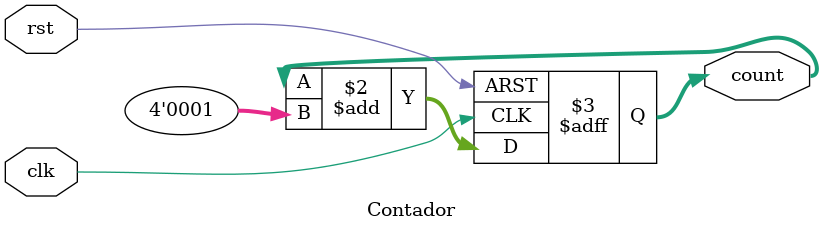
<source format=sv>
module Contador (
  input clk,      // Reloj del sistema
  input rst,      // Señal de reinicio
  output reg [3:0] count // Valor del contador
);

  // Registro para almacenar el valor del contador
  always @(posedge clk, posedge rst) begin
    if (rst)
      count <= 4'b0000; // Reiniciar el contador en caso de reinicio
    else
      count <= count + 4'b0001; // Incrementar el contador cuando se presiona el botón
  end

endmodule
</source>
